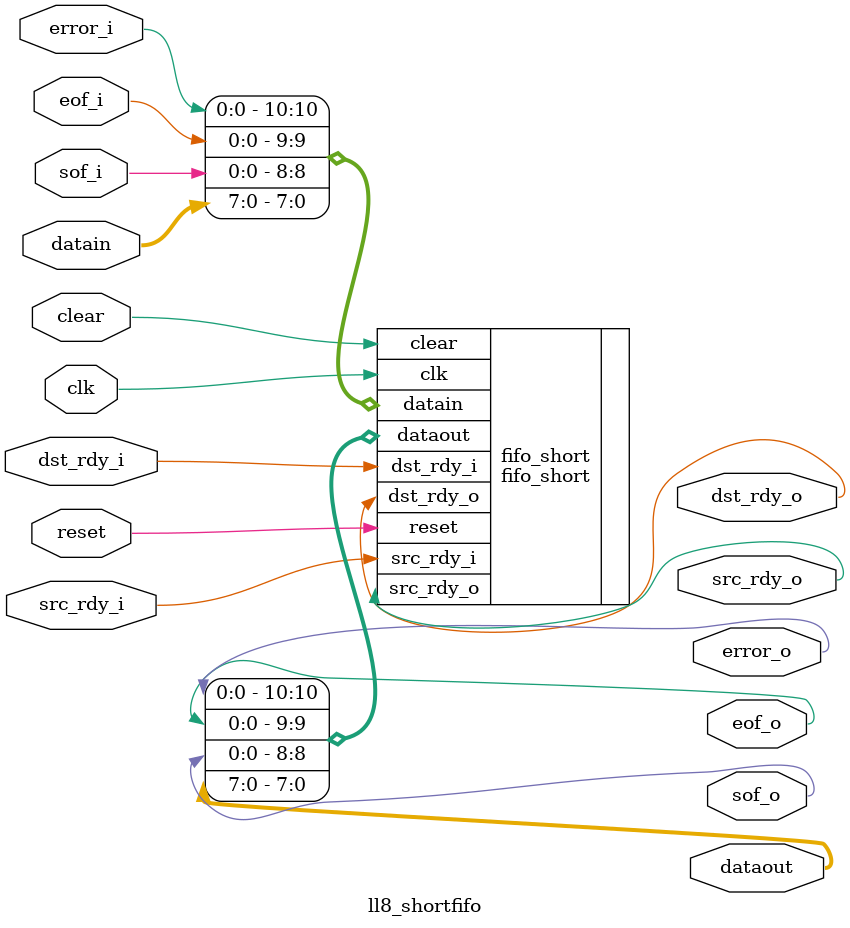
<source format=v>
`timescale 1ns / 1ps
module ll8_shortfifo
  (input clk, input reset, input clear,
   input [7:0] datain, input sof_i, input eof_i, input error_i, input src_rdy_i, output dst_rdy_o,
   output [7:0] dataout, output sof_o, output eof_o, output error_o, output src_rdy_o, input dst_rdy_i);

   fifo_short #(.WIDTH(11)) fifo_short
     (.clk(clk), .reset(reset), .clear(clear),
      .datain({error_i,eof_i,sof_i,datain}), .src_rdy_i(src_rdy_i), .dst_rdy_o(dst_rdy_o),
      .dataout({error_o,eof_o,sof_o,dataout}), .src_rdy_o(src_rdy_o), .dst_rdy_i(dst_rdy_i));


endmodule

</source>
